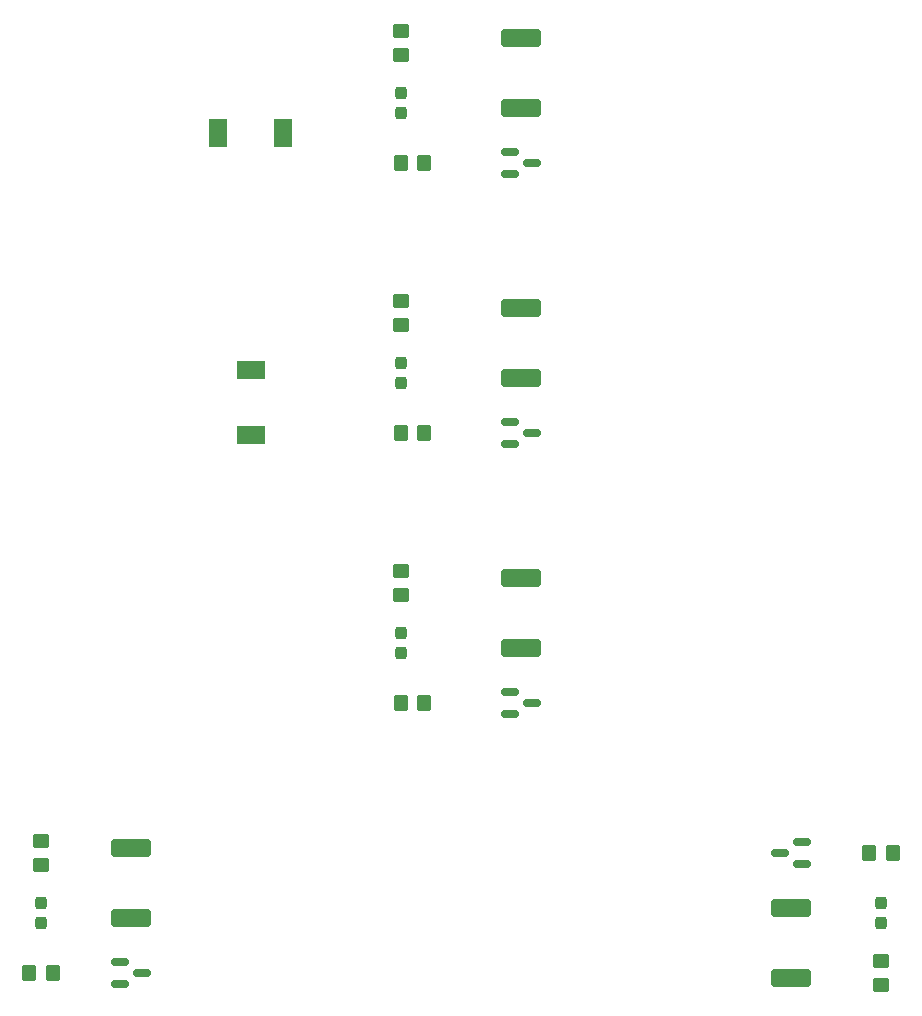
<source format=gbr>
%TF.GenerationSoftware,KiCad,Pcbnew,(6.0.8)*%
%TF.CreationDate,2022-11-07T17:30:20-05:00*%
%TF.ProjectId,Riego_potencia,52696567-6f5f-4706-9f74-656e6369612e,rev?*%
%TF.SameCoordinates,Original*%
%TF.FileFunction,Paste,Top*%
%TF.FilePolarity,Positive*%
%FSLAX46Y46*%
G04 Gerber Fmt 4.6, Leading zero omitted, Abs format (unit mm)*
G04 Created by KiCad (PCBNEW (6.0.8)) date 2022-11-07 17:30:20*
%MOMM*%
%LPD*%
G01*
G04 APERTURE LIST*
G04 Aperture macros list*
%AMRoundRect*
0 Rectangle with rounded corners*
0 $1 Rounding radius*
0 $2 $3 $4 $5 $6 $7 $8 $9 X,Y pos of 4 corners*
0 Add a 4 corners polygon primitive as box body*
4,1,4,$2,$3,$4,$5,$6,$7,$8,$9,$2,$3,0*
0 Add four circle primitives for the rounded corners*
1,1,$1+$1,$2,$3*
1,1,$1+$1,$4,$5*
1,1,$1+$1,$6,$7*
1,1,$1+$1,$8,$9*
0 Add four rect primitives between the rounded corners*
20,1,$1+$1,$2,$3,$4,$5,0*
20,1,$1+$1,$4,$5,$6,$7,0*
20,1,$1+$1,$6,$7,$8,$9,0*
20,1,$1+$1,$8,$9,$2,$3,0*%
G04 Aperture macros list end*
%ADD10RoundRect,0.150000X-0.587500X-0.150000X0.587500X-0.150000X0.587500X0.150000X-0.587500X0.150000X0*%
%ADD11RoundRect,0.250000X-0.450000X0.350000X-0.450000X-0.350000X0.450000X-0.350000X0.450000X0.350000X0*%
%ADD12RoundRect,0.249999X-1.425001X0.512501X-1.425001X-0.512501X1.425001X-0.512501X1.425001X0.512501X0*%
%ADD13RoundRect,0.237500X-0.237500X0.287500X-0.237500X-0.287500X0.237500X-0.287500X0.237500X0.287500X0*%
%ADD14RoundRect,0.237500X0.237500X-0.287500X0.237500X0.287500X-0.237500X0.287500X-0.237500X-0.287500X0*%
%ADD15RoundRect,0.250000X-0.350000X-0.450000X0.350000X-0.450000X0.350000X0.450000X-0.350000X0.450000X0*%
%ADD16RoundRect,0.250000X0.350000X0.450000X-0.350000X0.450000X-0.350000X-0.450000X0.350000X-0.450000X0*%
%ADD17RoundRect,0.249999X1.425001X-0.512501X1.425001X0.512501X-1.425001X0.512501X-1.425001X-0.512501X0*%
%ADD18R,2.400000X1.500000*%
%ADD19RoundRect,0.150000X0.587500X0.150000X-0.587500X0.150000X-0.587500X-0.150000X0.587500X-0.150000X0*%
%ADD20R,1.500000X2.400000*%
G04 APERTURE END LIST*
D10*
%TO.C,Q1*%
X80342500Y-42230000D03*
X80342500Y-44130000D03*
X82217500Y-43180000D03*
%TD*%
D11*
%TO.C,RL1*%
X71120000Y-32020000D03*
X71120000Y-34020000D03*
%TD*%
D10*
%TO.C,Q5*%
X47322500Y-110810000D03*
X47322500Y-112710000D03*
X49197500Y-111760000D03*
%TD*%
D12*
%TO.C,D3*%
X81280000Y-78292500D03*
X81280000Y-84267500D03*
%TD*%
D11*
%TO.C,RL4*%
X111760000Y-110760000D03*
X111760000Y-112760000D03*
%TD*%
D10*
%TO.C,Q3*%
X80342500Y-87950000D03*
X80342500Y-89850000D03*
X82217500Y-88900000D03*
%TD*%
D13*
%TO.C,DL4*%
X111760000Y-105805000D03*
X111760000Y-107555000D03*
%TD*%
D14*
%TO.C,DL3*%
X71120000Y-84695000D03*
X71120000Y-82945000D03*
%TD*%
D11*
%TO.C,RL2*%
X71120000Y-54880000D03*
X71120000Y-56880000D03*
%TD*%
%TO.C,RL3*%
X71120000Y-77740000D03*
X71120000Y-79740000D03*
%TD*%
%TO.C,RL5*%
X40640000Y-100600000D03*
X40640000Y-102600000D03*
%TD*%
D15*
%TO.C,R3*%
X71120000Y-88900000D03*
X73120000Y-88900000D03*
%TD*%
D12*
%TO.C,D5*%
X48260000Y-101152500D03*
X48260000Y-107127500D03*
%TD*%
D14*
%TO.C,DL5*%
X40640000Y-107555000D03*
X40640000Y-105805000D03*
%TD*%
D16*
%TO.C,R2*%
X73120000Y-66040000D03*
X71120000Y-66040000D03*
%TD*%
%TO.C,R1*%
X73120000Y-43180000D03*
X71120000Y-43180000D03*
%TD*%
D12*
%TO.C,D2*%
X81280000Y-55432500D03*
X81280000Y-61407500D03*
%TD*%
D17*
%TO.C,D4*%
X104140000Y-112207500D03*
X104140000Y-106232500D03*
%TD*%
D15*
%TO.C,R5*%
X39640000Y-111760000D03*
X41640000Y-111760000D03*
%TD*%
D10*
%TO.C,Q2*%
X80342500Y-65090000D03*
X80342500Y-66990000D03*
X82217500Y-66040000D03*
%TD*%
D14*
%TO.C,DL2*%
X71120000Y-61835000D03*
X71120000Y-60085000D03*
%TD*%
D18*
%TO.C,L1*%
X58420000Y-66250000D03*
X58420000Y-60750000D03*
%TD*%
D16*
%TO.C,R4*%
X112760000Y-101600000D03*
X110760000Y-101600000D03*
%TD*%
D19*
%TO.C,Q4*%
X105077500Y-102550000D03*
X105077500Y-100650000D03*
X103202500Y-101600000D03*
%TD*%
D12*
%TO.C,D1*%
X81280000Y-32572500D03*
X81280000Y-38547500D03*
%TD*%
D14*
%TO.C,DL1*%
X71120000Y-38975000D03*
X71120000Y-37225000D03*
%TD*%
D20*
%TO.C,L2*%
X61170000Y-40640000D03*
X55670000Y-40640000D03*
%TD*%
M02*

</source>
